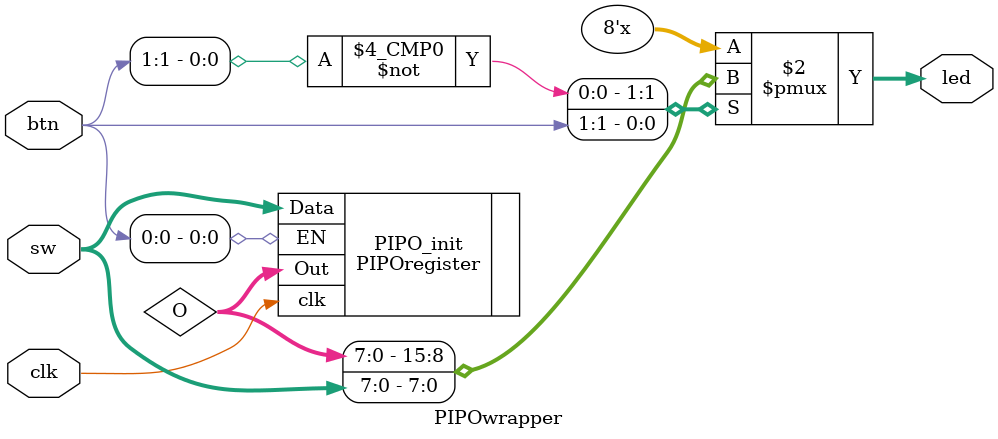
<source format=v>
`timescale 1ns / 1ps

module PIPOwrapper(input [7:0] sw,input clk, input [1:0] btn, output reg [7:0] led);
    
wire [7:0] O;
    PIPOregister PIPO_init(.clk(clk), .EN(btn[0]), .Data(sw), .Out(O));

always @(*) begin
case (btn[1])
1'b0: led = O;
1'b1: led = sw;
endcase
end

endmodule

</source>
